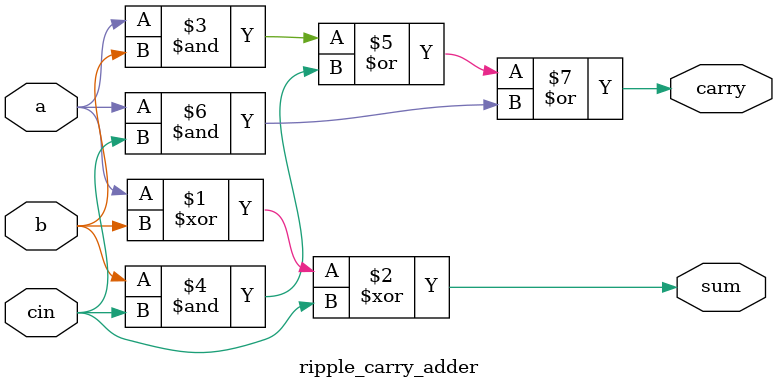
<source format=v>
module ripple_carry_adder(a,b,cin,sum,carry);
    input a,b,cin;
    output sum,carry;
    assign sum=a^b^cin;
    assign carry=((a&b)|(b&cin)|(a&cin));
endmodule
    

</source>
